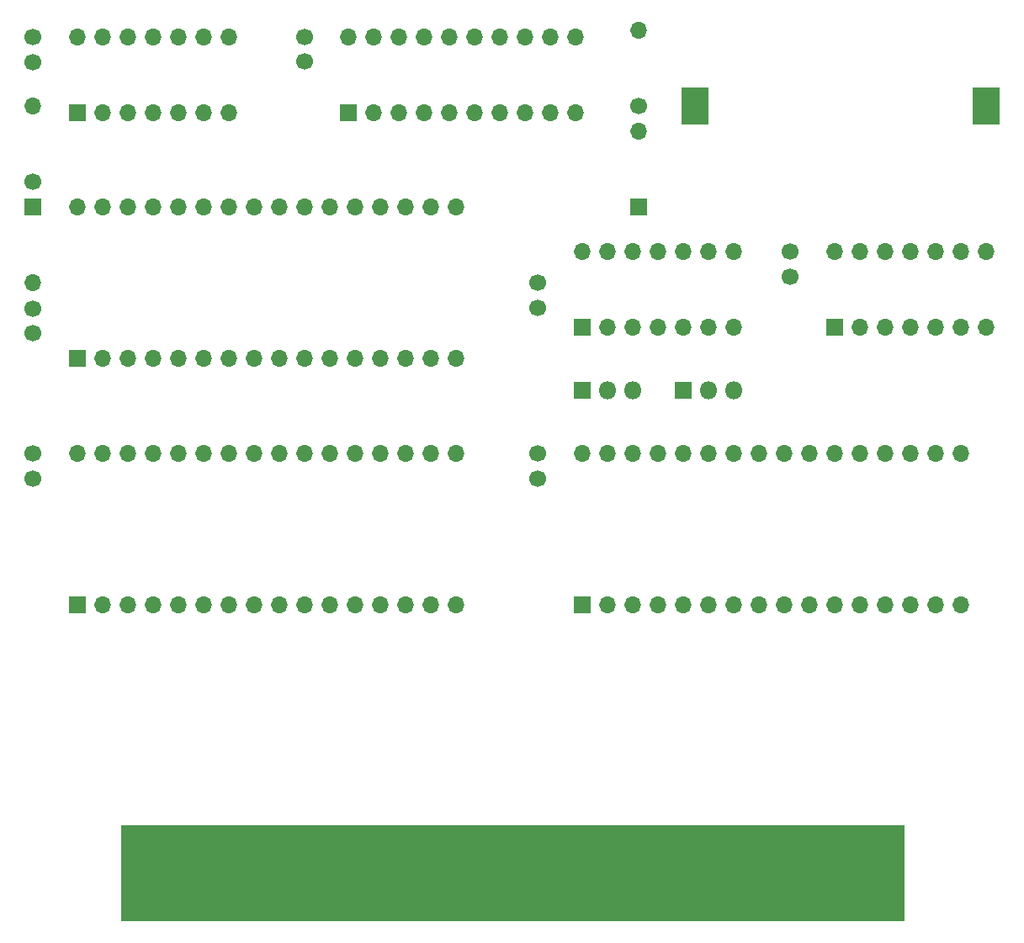
<source format=gts>
G04 #@! TF.GenerationSoftware,KiCad,Pcbnew,5.1.5+dfsg1-2build2*
G04 #@! TF.CreationDate,2021-04-05T19:08:48+08:00*
G04 #@! TF.ProjectId,famicart_rom,66616d69-6361-4727-945f-726f6d2e6b69,rev?*
G04 #@! TF.SameCoordinates,Original*
G04 #@! TF.FileFunction,Soldermask,Top*
G04 #@! TF.FilePolarity,Negative*
%FSLAX46Y46*%
G04 Gerber Fmt 4.6, Leading zero omitted, Abs format (unit mm)*
G04 Created by KiCad (PCBNEW 5.1.5+dfsg1-2build2) date 2021-04-05 19:08:48*
%MOMM*%
%LPD*%
G04 APERTURE LIST*
%ADD10C,0.100000*%
%ADD11R,1.700000X1.700000*%
%ADD12O,1.700000X1.700000*%
%ADD13R,2.700000X3.700000*%
%ADD14C,1.700000*%
%ADD15R,1.800000X1.800000*%
%ADD16O,1.800000X1.800000*%
G04 APERTURE END LIST*
D10*
G36*
X186690000Y-139700000D02*
G01*
X107950000Y-139700000D01*
X107950000Y-130175000D01*
X186690000Y-130175000D01*
X186690000Y-139700000D01*
G37*
X186690000Y-139700000D02*
X107950000Y-139700000D01*
X107950000Y-130175000D01*
X186690000Y-130175000D01*
X186690000Y-139700000D01*
D11*
G04 #@! TO.C,U7*
X130810000Y-58420000D03*
D12*
X153670000Y-50800000D03*
X133350000Y-58420000D03*
X151130000Y-50800000D03*
X135890000Y-58420000D03*
X148590000Y-50800000D03*
X138430000Y-58420000D03*
X146050000Y-50800000D03*
X140970000Y-58420000D03*
X143510000Y-50800000D03*
X143510000Y-58420000D03*
X140970000Y-50800000D03*
X146050000Y-58420000D03*
X138430000Y-50800000D03*
X148590000Y-58420000D03*
X135890000Y-50800000D03*
X151130000Y-58420000D03*
X133350000Y-50800000D03*
X153670000Y-58420000D03*
X130810000Y-50800000D03*
G04 #@! TD*
D11*
G04 #@! TO.C,U4*
X103505000Y-83185000D03*
D12*
X141605000Y-67945000D03*
X106045000Y-83185000D03*
X139065000Y-67945000D03*
X108585000Y-83185000D03*
X136525000Y-67945000D03*
X111125000Y-83185000D03*
X133985000Y-67945000D03*
X113665000Y-83185000D03*
X131445000Y-67945000D03*
X116205000Y-83185000D03*
X128905000Y-67945000D03*
X118745000Y-83185000D03*
X126365000Y-67945000D03*
X121285000Y-83185000D03*
X123825000Y-67945000D03*
X123825000Y-83185000D03*
X121285000Y-67945000D03*
X126365000Y-83185000D03*
X118745000Y-67945000D03*
X128905000Y-83185000D03*
X116205000Y-67945000D03*
X131445000Y-83185000D03*
X113665000Y-67945000D03*
X133985000Y-83185000D03*
X111125000Y-67945000D03*
X136525000Y-83185000D03*
X108585000Y-67945000D03*
X139065000Y-83185000D03*
X106045000Y-67945000D03*
X141605000Y-83185000D03*
X103505000Y-67945000D03*
G04 #@! TD*
D11*
G04 #@! TO.C,U3*
X154305000Y-107950000D03*
D12*
X192405000Y-92710000D03*
X156845000Y-107950000D03*
X189865000Y-92710000D03*
X159385000Y-107950000D03*
X187325000Y-92710000D03*
X161925000Y-107950000D03*
X184785000Y-92710000D03*
X164465000Y-107950000D03*
X182245000Y-92710000D03*
X167005000Y-107950000D03*
X179705000Y-92710000D03*
X169545000Y-107950000D03*
X177165000Y-92710000D03*
X172085000Y-107950000D03*
X174625000Y-92710000D03*
X174625000Y-107950000D03*
X172085000Y-92710000D03*
X177165000Y-107950000D03*
X169545000Y-92710000D03*
X179705000Y-107950000D03*
X167005000Y-92710000D03*
X182245000Y-107950000D03*
X164465000Y-92710000D03*
X184785000Y-107950000D03*
X161925000Y-92710000D03*
X187325000Y-107950000D03*
X159385000Y-92710000D03*
X189865000Y-107950000D03*
X156845000Y-92710000D03*
X192405000Y-107950000D03*
X154305000Y-92710000D03*
G04 #@! TD*
G04 #@! TO.C,U5*
X103505000Y-92710000D03*
X141605000Y-107950000D03*
X106045000Y-92710000D03*
X139065000Y-107950000D03*
X108585000Y-92710000D03*
X136525000Y-107950000D03*
X111125000Y-92710000D03*
X133985000Y-107950000D03*
X113665000Y-92710000D03*
X131445000Y-107950000D03*
X116205000Y-92710000D03*
X128905000Y-107950000D03*
X118745000Y-92710000D03*
X126365000Y-107950000D03*
X121285000Y-92710000D03*
X123825000Y-107950000D03*
X123825000Y-92710000D03*
X121285000Y-107950000D03*
X126365000Y-92710000D03*
X118745000Y-107950000D03*
X128905000Y-92710000D03*
X116205000Y-107950000D03*
X131445000Y-92710000D03*
X113665000Y-107950000D03*
X133985000Y-92710000D03*
X111125000Y-107950000D03*
X136525000Y-92710000D03*
X108585000Y-107950000D03*
X139065000Y-92710000D03*
X106045000Y-107950000D03*
X141605000Y-92710000D03*
D11*
X103505000Y-107950000D03*
G04 #@! TD*
G04 #@! TO.C,U1*
X103505000Y-58420000D03*
D12*
X118745000Y-50800000D03*
X106045000Y-58420000D03*
X116205000Y-50800000D03*
X108585000Y-58420000D03*
X113665000Y-50800000D03*
X111125000Y-58420000D03*
X111125000Y-50800000D03*
X113665000Y-58420000D03*
X108585000Y-50800000D03*
X116205000Y-58420000D03*
X106045000Y-50800000D03*
X118745000Y-58420000D03*
X103505000Y-50800000D03*
G04 #@! TD*
G04 #@! TO.C,U2*
X179705000Y-72390000D03*
X194945000Y-80010000D03*
X182245000Y-72390000D03*
X192405000Y-80010000D03*
X184785000Y-72390000D03*
X189865000Y-80010000D03*
X187325000Y-72390000D03*
X187325000Y-80010000D03*
X189865000Y-72390000D03*
X184785000Y-80010000D03*
X192405000Y-72390000D03*
X182245000Y-80010000D03*
X194945000Y-72390000D03*
D11*
X179705000Y-80010000D03*
G04 #@! TD*
G04 #@! TO.C,U6*
X154305000Y-80010000D03*
D12*
X169545000Y-72390000D03*
X156845000Y-80010000D03*
X167005000Y-72390000D03*
X159385000Y-80010000D03*
X164465000Y-72390000D03*
X161925000Y-80010000D03*
X161925000Y-72390000D03*
X164465000Y-80010000D03*
X159385000Y-72390000D03*
X167005000Y-80010000D03*
X156845000Y-72390000D03*
X169545000Y-80010000D03*
X154305000Y-72390000D03*
G04 #@! TD*
D13*
G04 #@! TO.C,BT1*
X194990000Y-57785000D03*
X165690000Y-57785000D03*
G04 #@! TD*
D12*
G04 #@! TO.C,D1*
X99060000Y-75565000D03*
D11*
X99060000Y-67945000D03*
G04 #@! TD*
G04 #@! TO.C,D2*
X160020000Y-67945000D03*
D12*
X160020000Y-60325000D03*
G04 #@! TD*
D14*
G04 #@! TO.C,R1*
X99060000Y-65405000D03*
D12*
X99060000Y-57785000D03*
G04 #@! TD*
G04 #@! TO.C,R2*
X160020000Y-50165000D03*
D14*
X160020000Y-57785000D03*
G04 #@! TD*
G04 #@! TO.C,C1*
X149860000Y-75565000D03*
X149860000Y-78065000D03*
G04 #@! TD*
G04 #@! TO.C,C2*
X175260000Y-72430000D03*
X175260000Y-74930000D03*
G04 #@! TD*
G04 #@! TO.C,C3*
X99060000Y-78145000D03*
X99060000Y-80645000D03*
G04 #@! TD*
G04 #@! TO.C,C4*
X126365000Y-53300000D03*
X126365000Y-50800000D03*
G04 #@! TD*
G04 #@! TO.C,C5*
X149860000Y-92750000D03*
X149860000Y-95250000D03*
G04 #@! TD*
G04 #@! TO.C,C6*
X99060000Y-53340000D03*
X99060000Y-50840000D03*
G04 #@! TD*
G04 #@! TO.C,C7*
X99060000Y-95250000D03*
X99060000Y-92750000D03*
G04 #@! TD*
D15*
G04 #@! TO.C,J2*
X154305000Y-86360000D03*
D16*
X156845000Y-86360000D03*
X159385000Y-86360000D03*
G04 #@! TD*
G04 #@! TO.C,J3*
X169545000Y-86360000D03*
X167005000Y-86360000D03*
D15*
X164465000Y-86360000D03*
G04 #@! TD*
M02*

</source>
